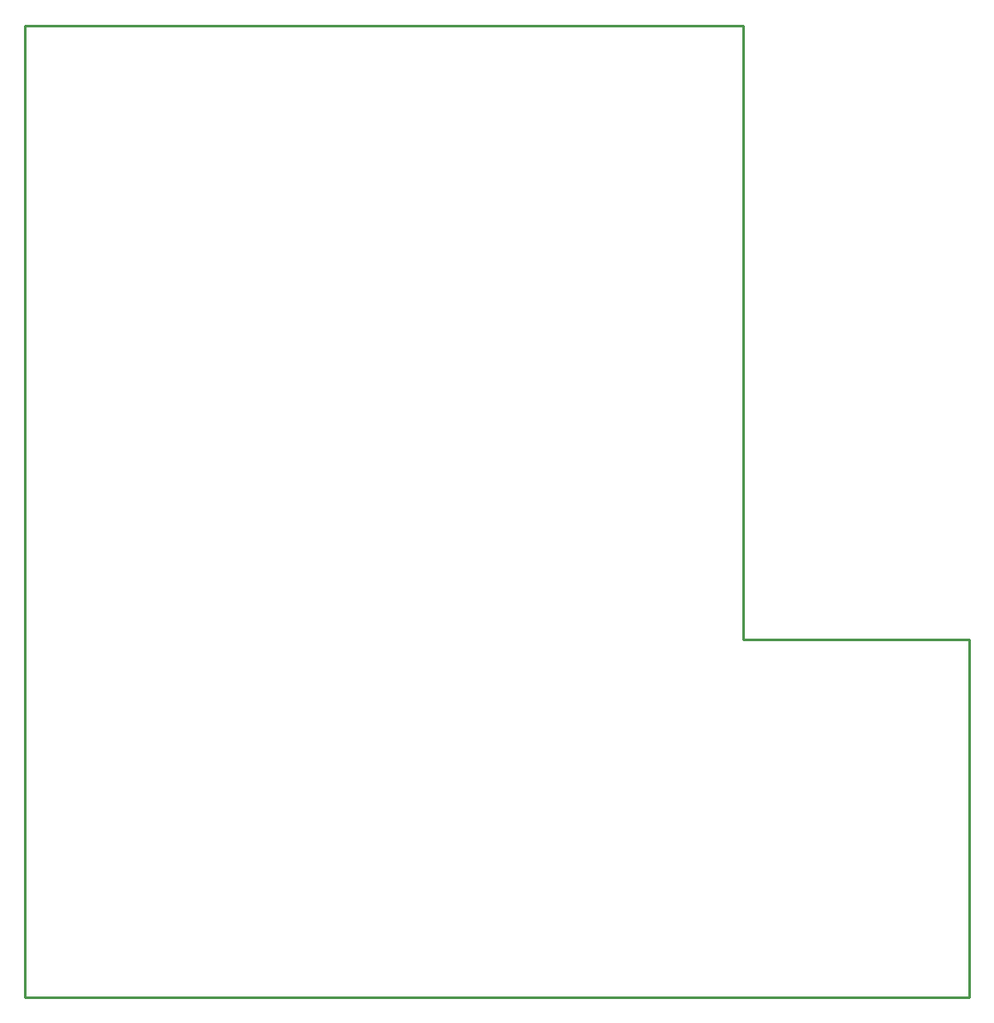
<source format=gko>
G04*
G04 #@! TF.GenerationSoftware,Altium Limited,Altium Designer,21.1.1 (26)*
G04*
G04 Layer_Color=16711935*
%FSLAX25Y25*%
%MOIN*%
G70*
G04*
G04 #@! TF.SameCoordinates,6B619DD0-B0A8-45CE-B01B-E577E84972AB*
G04*
G04*
G04 #@! TF.FilePolarity,Positive*
G04*
G01*
G75*
%ADD21C,0.01000*%
D21*
X279500Y377559D02*
X279500Y138583D01*
X0Y-787D02*
X367717D01*
X0D02*
Y377559D01*
X367717Y-787D02*
Y138583D01*
X279500D02*
X367717D01*
X0Y377559D02*
X279500D01*
M02*

</source>
